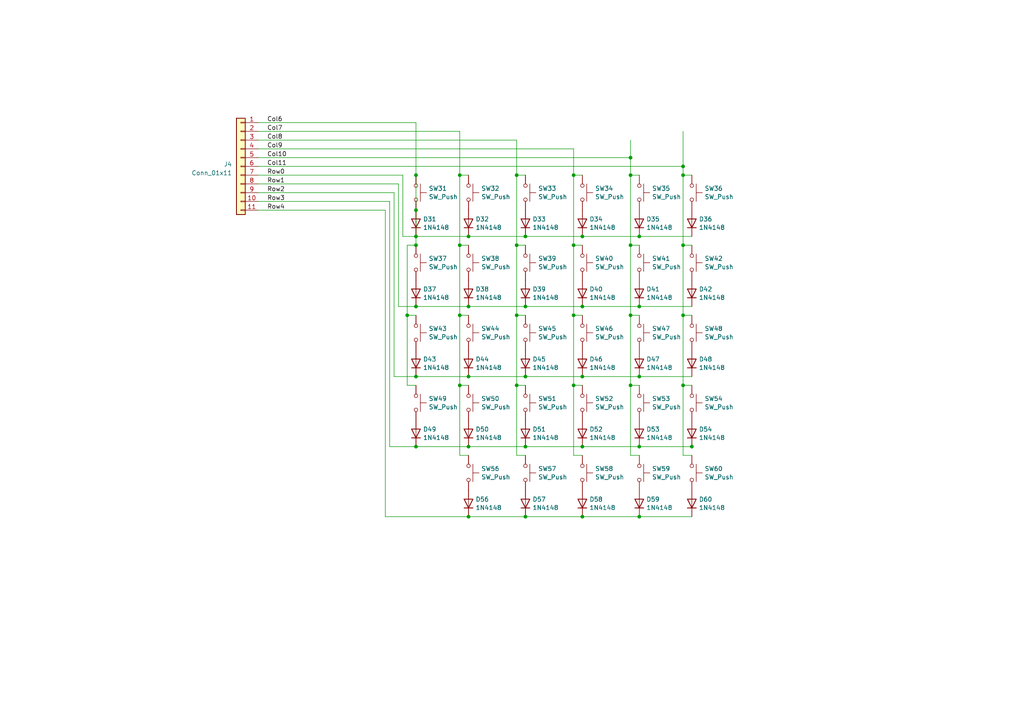
<source format=kicad_sch>
(kicad_sch (version 20230121) (generator eeschema)
  (paper "A4")
  (title_block (title "Right Key Matrix"))
  (lib_symbols
    (symbol "Connector_Generic:Conn_01x11" (pin_names (offset 1.016) hide)
      (property "Reference" "J" (at 0 15.24 0))
      (property "Value" "Conn_01x11" (at 0 -15.24 0))
      (symbol "Conn_01x11_1_1"
        (rectangle (start -1.27 -12.573) (end 0 -12.827) (stroke (width 0.1524)))
        (rectangle (start -1.27 -10.033) (end 0 -10.287) (stroke (width 0.1524)))
        (rectangle (start -1.27 -7.493) (end 0 -7.747) (stroke (width 0.1524)))
        (rectangle (start -1.27 -4.953) (end 0 -5.207) (stroke (width 0.1524)))
        (rectangle (start -1.27 -2.413) (end 0 -2.667) (stroke (width 0.1524)))
        (rectangle (start -1.27 0.127) (end 0 -0.127) (stroke (width 0.1524)))
        (rectangle (start -1.27 2.667) (end 0 2.413) (stroke (width 0.1524)))
        (rectangle (start -1.27 5.207) (end 0 4.953) (stroke (width 0.1524)))
        (rectangle (start -1.27 7.747) (end 0 7.493) (stroke (width 0.1524)))
        (rectangle (start -1.27 10.287) (end 0 10.033) (stroke (width 0.1524)))
        (rectangle (start -1.27 12.827) (end 0 12.573) (stroke (width 0.1524)))
        (rectangle (start -1.27 13.97) (end 1.27 -13.97) (stroke (width 0.254)) (fill (type background)))
        (pin passive line (at -5.08 12.7 0) (length 3.81) (name "Pin_1") (number "1"))
        (pin passive line (at -5.08 -10.16 0) (length 3.81) (name "Pin_10") (number "10"))
        (pin passive line (at -5.08 -12.7 0) (length 3.81) (name "Pin_11") (number "11"))
        (pin passive line (at -5.08 10.16 0) (length 3.81) (name "Pin_2") (number "2"))
        (pin passive line (at -5.08 7.62 0) (length 3.81) (name "Pin_3") (number "3"))
        (pin passive line (at -5.08 5.08 0) (length 3.81) (name "Pin_4") (number "4"))
        (pin passive line (at -5.08 2.54 0) (length 3.81) (name "Pin_5") (number "5"))
        (pin passive line (at -5.08 0 0) (length 3.81) (name "Pin_6") (number "6"))
        (pin passive line (at -5.08 -2.54 0) (length 3.81) (name "Pin_7") (number "7"))
        (pin passive line (at -5.08 -5.08 0) (length 3.81) (name "Pin_8") (number "8"))
        (pin passive line (at -5.08 -7.62 0) (length 3.81) (name "Pin_9") (number "9"))
      )
    )
    (symbol "Diode:1N4148" (pin_numbers hide) (pin_names hide)
      (property "Reference" "D" (at 0 2.54 0))
      (property "Value" "1N4148" (at 0 -2.54 0))
      (symbol "1N4148_0_1"
        (polyline (pts (xy -1.27 1.27) (xy -1.27 -1.27)) (stroke (width 0.254)))
        (polyline (pts (xy 1.27 0) (xy -1.27 0)))
        (polyline (pts (xy 1.27 1.27) (xy 1.27 -1.27) (xy -1.27 0) (xy 1.27 1.27)) (stroke (width 0.254)))
      )
      (symbol "1N4148_1_1"
        (pin passive line (at -3.81 0 0) (length 2.54) (name "K") (number "1"))
        (pin passive line (at 3.81 0 180) (length 2.54) (name "A") (number "2"))
      )
    )
    (symbol "Switch:SW_Push" (pin_numbers hide) (pin_names (offset 1.016) hide)
      (property "Reference" "SW" (at 1.27 2.54 0))
      (property "Value" "SW_Push" (at 0 -1.524 0))
      (symbol "SW_Push_0_1"
        (circle (center -2.032 0) (radius 0.508))
        (polyline (pts (xy 0 1.27) (xy 0 3.048)))
        (polyline (pts (xy 2.54 1.27) (xy -2.54 1.27)))
        (circle (center 2.032 0) (radius 0.508))
        (pin passive line (at -5.08 0 0) (length 2.54) (name "1") (number "1"))
        (pin passive line (at 5.08 0 180) (length 2.54) (name "2") (number "2"))
      )
    )
  )
  (junction (at 135.89 88.9))
  (junction (at 118.11 91.44))
  (junction (at 198.12 50.8))
  (junction (at 133.35 111.76))
  (junction (at 168.91 129.54))
  (junction (at 120.65 71.12))
  (junction (at 149.86 91.44))
  (junction (at 120.65 88.9))
  (junction (at 182.88 45.72))
  (junction (at 152.4 88.9))
  (junction (at 198.12 111.76))
  (junction (at 185.42 129.54))
  (junction (at 133.35 91.44))
  (junction (at 198.12 71.12))
  (junction (at 135.89 149.86))
  (junction (at 166.37 50.8))
  (junction (at 120.65 60.96))
  (junction (at 152.4 149.86))
  (junction (at 120.65 50.8))
  (junction (at 149.86 111.76))
  (junction (at 168.91 68.58))
  (junction (at 182.88 111.76))
  (junction (at 135.89 129.54))
  (junction (at 182.88 71.12))
  (junction (at 185.42 88.9))
  (junction (at 149.86 71.12))
  (junction (at 166.37 111.76))
  (junction (at 198.12 91.44))
  (junction (at 185.42 149.86))
  (junction (at 133.35 50.8))
  (junction (at 152.4 129.54))
  (junction (at 185.42 109.22))
  (junction (at 168.91 109.22))
  (junction (at 166.37 91.44))
  (junction (at 135.89 68.58))
  (junction (at 149.86 50.8))
  (junction (at 152.4 68.58))
  (junction (at 198.12 48.26))
  (junction (at 135.89 109.22))
  (junction (at 152.4 109.22))
  (junction (at 182.88 50.8))
  (junction (at 166.37 71.12))
  (junction (at 168.91 88.9))
  (junction (at 120.65 129.54))
  (junction (at 168.91 149.86))
  (junction (at 182.88 91.44))
  (junction (at 120.65 68.58))
  (junction (at 200.66 129.54))
  (junction (at 133.35 71.12))
  (junction (at 185.42 68.58))
  (junction (at 120.65 109.22))
  (wire (pts (xy 74.93 43.18) (xy 166.37 43.18)))
  (wire (pts (xy 149.86 50.8) (xy 149.86 71.12)))
  (wire (pts (xy 149.86 111.76) (xy 149.86 132.08)))
  (wire (pts (xy 149.86 91.44) (xy 149.86 111.76)))
  (wire (pts (xy 149.86 71.12) (xy 149.86 91.44)))
  (wire (pts (xy 182.88 132.08) (xy 185.42 132.08)))
  (wire (pts (xy 182.88 71.12) (xy 185.42 71.12)))
  (wire (pts (xy 120.65 68.58) (xy 135.89 68.58)))
  (wire (pts (xy 116.84 50.8) (xy 116.84 68.58)))
  (wire (pts (xy 114.3 55.88) (xy 114.3 109.22)))
  (wire (pts (xy 118.11 71.12) (xy 118.11 91.44)))
  (wire (pts (xy 166.37 43.18) (xy 166.37 50.8)))
  (wire (pts (xy 168.91 129.54) (xy 185.42 129.54)))
  (wire (pts (xy 149.86 111.76) (xy 152.4 111.76)))
  (wire (pts (xy 74.93 38.1) (xy 133.35 38.1)))
  (wire (pts (xy 198.12 111.76) (xy 198.12 132.08)))
  (wire (pts (xy 182.88 71.12) (xy 182.88 91.44)))
  (wire (pts (xy 74.93 60.96) (xy 111.76 60.96)))
  (wire (pts (xy 166.37 50.8) (xy 166.37 71.12)))
  (wire (pts (xy 133.35 71.12) (xy 135.89 71.12)))
  (wire (pts (xy 198.12 48.26) (xy 198.12 38.1)))
  (wire (pts (xy 182.88 45.72) (xy 182.88 50.8)))
  (wire (pts (xy 74.93 58.42) (xy 113.03 58.42)))
  (wire (pts (xy 74.93 55.88) (xy 114.3 55.88)))
  (wire (pts (xy 185.42 50.8) (xy 182.88 50.8)))
  (wire (pts (xy 185.42 149.86) (xy 200.66 149.86)))
  (wire (pts (xy 120.65 50.8) (xy 120.65 60.96)))
  (wire (pts (xy 135.89 109.22) (xy 152.4 109.22)))
  (wire (pts (xy 74.93 45.72) (xy 182.88 45.72)))
  (wire (pts (xy 120.65 109.22) (xy 135.89 109.22)))
  (wire (pts (xy 133.35 38.1) (xy 133.35 50.8)))
  (wire (pts (xy 200.66 50.8) (xy 198.12 50.8)))
  (wire (pts (xy 200.66 128.27) (xy 200.66 129.54)))
  (wire (pts (xy 182.88 50.8) (xy 182.88 71.12)))
  (wire (pts (xy 133.35 71.12) (xy 133.35 91.44)))
  (wire (pts (xy 168.91 88.9) (xy 185.42 88.9)))
  (wire (pts (xy 200.66 129.54) (xy 185.42 129.54)))
  (wire (pts (xy 166.37 111.76) (xy 168.91 111.76)))
  (wire (pts (xy 198.12 111.76) (xy 200.66 111.76)))
  (wire (pts (xy 152.4 149.86) (xy 168.91 149.86)))
  (wire (pts (xy 133.35 132.08) (xy 135.89 132.08)))
  (wire (pts (xy 120.65 68.58) (xy 120.65 71.12)))
  (wire (pts (xy 133.35 111.76) (xy 133.35 132.08)))
  (wire (pts (xy 198.12 91.44) (xy 200.66 91.44)))
  (wire (pts (xy 168.91 149.86) (xy 185.42 149.86)))
  (wire (pts (xy 133.35 91.44) (xy 135.89 91.44)))
  (wire (pts (xy 149.86 40.64) (xy 149.86 50.8)))
  (wire (pts (xy 149.86 71.12) (xy 152.4 71.12)))
  (wire (pts (xy 74.93 40.64) (xy 149.86 40.64)))
  (wire (pts (xy 166.37 71.12) (xy 166.37 91.44)))
  (wire (pts (xy 118.11 111.76) (xy 120.65 111.76)))
  (wire (pts (xy 74.93 53.34) (xy 115.57 53.34)))
  (wire (pts (xy 182.88 45.72) (xy 182.88 40.64)))
  (wire (pts (xy 120.65 129.54) (xy 135.89 129.54)))
  (wire (pts (xy 198.12 71.12) (xy 200.66 71.12)))
  (wire (pts (xy 74.93 35.56) (xy 120.65 35.56)))
  (wire (pts (xy 198.12 71.12) (xy 198.12 91.44)))
  (wire (pts (xy 135.89 149.86) (xy 152.4 149.86)))
  (wire (pts (xy 152.4 109.22) (xy 168.91 109.22)))
  (wire (pts (xy 120.65 35.56) (xy 120.65 50.8)))
  (wire (pts (xy 198.12 91.44) (xy 198.12 111.76)))
  (wire (pts (xy 118.11 91.44) (xy 118.11 111.76)))
  (wire (pts (xy 149.86 91.44) (xy 152.4 91.44)))
  (wire (pts (xy 182.88 111.76) (xy 182.88 132.08)))
  (wire (pts (xy 166.37 91.44) (xy 168.91 91.44)))
  (wire (pts (xy 166.37 132.08) (xy 168.91 132.08)))
  (wire (pts (xy 185.42 109.22) (xy 200.66 109.22)))
  (wire (pts (xy 120.65 88.9) (xy 135.89 88.9)))
  (wire (pts (xy 185.42 68.58) (xy 200.66 68.58)))
  (wire (pts (xy 115.57 53.34) (xy 115.57 88.9)))
  (wire (pts (xy 120.65 88.9) (xy 115.57 88.9)))
  (wire (pts (xy 74.93 48.26) (xy 198.12 48.26)))
  (wire (pts (xy 118.11 71.12) (xy 120.65 71.12)))
  (wire (pts (xy 168.91 68.58) (xy 185.42 68.58)))
  (wire (pts (xy 198.12 50.8) (xy 198.12 48.26)))
  (wire (pts (xy 120.65 129.54) (xy 113.03 129.54)))
  (wire (pts (xy 152.4 129.54) (xy 168.91 129.54)))
  (wire (pts (xy 152.4 68.58) (xy 168.91 68.58)))
  (wire (pts (xy 135.89 129.54) (xy 152.4 129.54)))
  (wire (pts (xy 133.35 91.44) (xy 133.35 111.76)))
  (wire (pts (xy 166.37 71.12) (xy 168.91 71.12)))
  (wire (pts (xy 152.4 50.8) (xy 149.86 50.8)))
  (wire (pts (xy 120.65 109.22) (xy 114.3 109.22)))
  (wire (pts (xy 118.11 91.44) (xy 120.65 91.44)))
  (wire (pts (xy 166.37 91.44) (xy 166.37 111.76)))
  (wire (pts (xy 113.03 58.42) (xy 113.03 129.54)))
  (wire (pts (xy 135.89 88.9) (xy 152.4 88.9)))
  (wire (pts (xy 182.88 91.44) (xy 185.42 91.44)))
  (wire (pts (xy 111.76 149.86) (xy 135.89 149.86)))
  (wire (pts (xy 198.12 132.08) (xy 200.66 132.08)))
  (wire (pts (xy 74.93 50.8) (xy 116.84 50.8)))
  (wire (pts (xy 168.91 109.22) (xy 185.42 109.22)))
  (wire (pts (xy 168.91 50.8) (xy 166.37 50.8)))
  (wire (pts (xy 120.65 68.58) (xy 116.84 68.58)))
  (wire (pts (xy 133.35 111.76) (xy 135.89 111.76)))
  (wire (pts (xy 133.35 50.8) (xy 133.35 71.12)))
  (wire (pts (xy 198.12 50.8) (xy 198.12 71.12)))
  (wire (pts (xy 149.86 132.08) (xy 152.4 132.08)))
  (wire (pts (xy 135.89 50.8) (xy 133.35 50.8)))
  (wire (pts (xy 135.89 68.58) (xy 152.4 68.58)))
  (wire (pts (xy 152.4 88.9) (xy 168.91 88.9)))
  (wire (pts (xy 111.76 60.96) (xy 111.76 149.86)))
  (wire (pts (xy 166.37 111.76) (xy 166.37 132.08)))
  (wire (pts (xy 185.42 88.9) (xy 200.66 88.9)))
  (wire (pts (xy 182.88 91.44) (xy 182.88 111.76)))
  (wire (pts (xy 182.88 111.76) (xy 185.42 111.76)))
  (wire (pts (xy 120.65 60.96) (xy 120.65 68.58)))
  (label "Row3" (at 77.47 58.42 0))
  (label "Row1" (at 77.47 53.34 0))
  (label "Col6" (at 77.47 35.56 0))
  (label "Row0" (at 77.47 50.8 0))
  (label "Col8" (at 77.47 40.64 0))
  (label "Col10" (at 77.47 45.72 0))
  (label "Col11" (at 77.47 48.26 0))
  (label "Col9" (at 77.47 43.18 0))
  (label "Row2" (at 77.47 55.88 0))
  (label "Col7" (at 77.47 38.1 0))
  (label "Row4" (at 77.47 60.96 0))
  (symbol (lib_id "Switch:SW_Push") (at 168.91 116.84 270) (unit 1)
    (property "Reference" "SW52" (at 172.593 115.6279 90) (effects (justify left)))
    (property "Value" "SW_Push" (at 172.593 118.0521 90) (effects (justify left)))
    (property "Footprint" "PCM_Switch_Keyboard_Cherry_MX:SW_Cherry_MX_Plate_1.00u" (effects hide))
    (instances (project "MK2" (path "" (reference "SW52") (unit 1)) (path "" (reference "SW108") (unit 1))))
  )
  (symbol (lib_id "Diode:1N4148") (at 135.89 146.05 90) (unit 1)
    (property "Reference" "D56" (at 137.922 144.8379 90) (effects (justify right)))
    (property "Value" "1N4148" (at 137.922 147.2621 90) (effects (justify right)))
    (property "Footprint" "Diode_THT:D_DO-35_SOD27_P7.62mm_Horizontal" (effects hide))
    (property "Datasheet" "https://assets.nexperia.com/documents/data-sheet/1N4148_1N4448.pdf" (effects hide))
    (property "Sim.Device" "D" (effects hide))
    (property "Sim.Pins" "1=K 2=A" (effects hide))
    (instances (project "MK2" (path "" (reference "D56") (unit 1)) (path "" (reference "D99") (unit 1))))
  )
  (symbol (lib_id "Diode:1N4148") (at 152.4 64.77 90) (unit 1)
    (property "Reference" "D33" (at 154.432 63.5579 90) (effects (justify right)))
    (property "Value" "1N4148" (at 154.432 65.9821 90) (effects (justify right)))
    (property "Footprint" "Diode_THT:D_DO-35_SOD27_P7.62mm_Horizontal" (effects hide))
    (property "Datasheet" "https://assets.nexperia.com/documents/data-sheet/1N4148_1N4448.pdf" (effects hide))
    (property "Sim.Device" "D" (effects hide))
    (property "Sim.Pins" "1=K 2=A" (effects hide))
    (instances (project "MK2" (path "" (reference "D33") (unit 1)) (path "" (reference "D100") (unit 1))))
  )
  (symbol (lib_id "Diode:1N4148") (at 135.89 105.41 90) (unit 1)
    (property "Reference" "D44" (at 137.922 104.1979 90) (effects (justify right)))
    (property "Value" "1N4148" (at 137.922 106.6221 90) (effects (justify right)))
    (property "Footprint" "Diode_THT:D_DO-35_SOD27_P7.62mm_Horizontal" (effects hide))
    (property "Datasheet" "https://assets.nexperia.com/documents/data-sheet/1N4148_1N4448.pdf" (effects hide))
    (property "Sim.Device" "D" (effects hide))
    (property "Sim.Pins" "1=K 2=A" (effects hide))
    (instances (project "MK2" (path "" (reference "D44") (unit 1)) (path "" (reference "D97") (unit 1))))
  )
  (symbol (lib_id "Diode:1N4148") (at 120.65 64.77 90) (unit 1)
    (property "Reference" "D31" (at 122.682 63.5579 90) (effects (justify right)))
    (property "Value" "1N4148" (at 122.682 65.9821 90) (effects (justify right)))
    (property "Footprint" "Diode_THT:D_DO-35_SOD27_P7.62mm_Horizontal" (effects hide))
    (property "Datasheet" "https://assets.nexperia.com/documents/data-sheet/1N4148_1N4448.pdf" (effects hide))
    (property "Sim.Device" "D" (effects hide))
    (property "Sim.Pins" "1=K 2=A" (effects hide))
    (instances (project "MK2" (path "" (reference "D31") (unit 1)) (path "" (reference "D90") (unit 1))))
  )
  (symbol (lib_id "Switch:SW_Push") (at 185.42 116.84 270) (unit 1)
    (property "Reference" "SW53" (at 189.103 115.6279 90) (effects (justify left)))
    (property "Value" "SW_Push" (at 189.103 118.0521 90) (effects (justify left)))
    (property "Footprint" "PCM_Switch_Keyboard_Cherry_MX:SW_Cherry_MX_Plate_1.00u" (effects hide))
    (instances (project "MK2" (path "" (reference "SW53") (unit 1)) (path "" (reference "SW113") (unit 1))))
  )
  (symbol (lib_id "Diode:1N4148") (at 200.66 125.73 90) (unit 1)
    (property "Reference" "D54" (at 202.692 124.5179 90) (effects (justify right)))
    (property "Value" "1N4148" (at 202.692 126.9421 90) (effects (justify right)))
    (property "Footprint" "Diode_THT:D_DO-35_SOD27_P7.62mm_Horizontal" (effects hide))
    (property "Datasheet" "https://assets.nexperia.com/documents/data-sheet/1N4148_1N4448.pdf" (effects hide))
    (property "Sim.Device" "D" (effects hide))
    (property "Sim.Pins" "1=K 2=A" (effects hide))
    (instances (project "MK2" (path "" (reference "D54") (unit 1)) (path "" (reference "D118") (unit 1))))
  )
  (symbol (lib_id "Switch:SW_Push") (at 200.66 76.2 270) (unit 1)
    (property "Reference" "SW42" (at 204.343 74.9879 90) (effects (justify left)))
    (property "Value" "SW_Push" (at 204.343 77.4121 90) (effects (justify left)))
    (property "Footprint" "PCM_Switch_Keyboard_Cherry_MX:SW_Cherry_MX_Plate_1.00u" (effects hide))
    (instances (project "MK2" (path "" (reference "SW42") (unit 1)) (path "" (reference "SW116") (unit 1))))
  )
  (symbol (lib_id "Connector_Generic:Conn_01x11") (at 69.85 48.26 0) (mirror y) (unit 1)
    (property "Reference" "J4" (at 67.31 47.625 0) (effects (justify left)))
    (property "Value" "Conn_01x11" (at 67.31 50.165 0) (effects (justify left)))
  )
  (symbol (lib_id "Switch:SW_Push") (at 185.42 55.88 270) (unit 1)
    (property "Reference" "SW35" (at 189.103 54.6679 90) (effects (justify left)))
    (property "Value" "SW_Push" (at 189.103 57.0921 90) (effects (justify left)))
    (property "Footprint" "PCM_Switch_Keyboard_Cherry_MX:SW_Cherry_MX_Plate_1.00u" (effects hide))
    (instances (project "MK2" (path "" (reference "SW35") (unit 1)) (path "" (reference "SW110") (unit 1))))
  )
  (symbol (lib_id "Switch:SW_Push") (at 135.89 55.88 270) (unit 1)
    (property "Reference" "SW32" (at 139.573 54.6679 90) (effects (justify left)))
    (property "Value" "SW_Push" (at 139.573 57.0921 90) (effects (justify left)))
    (property "Footprint" "PCM_Switch_Keyboard_Cherry_MX:SW_Cherry_MX_Plate_1.00u" (effects hide))
    (instances (project "MK2" (path "" (reference "SW32") (unit 1)) (path "" (reference "SW95") (unit 1))))
  )
  (symbol (lib_id "Diode:1N4148") (at 120.65 105.41 90) (unit 1)
    (property "Reference" "D43" (at 122.682 104.1979 90) (effects (justify right)))
    (property "Value" "1N4148" (at 122.682 106.6221 90) (effects (justify right)))
    (property "Footprint" "Diode_THT:D_DO-35_SOD27_P7.62mm_Horizontal" (effects hide))
    (property "Datasheet" "https://assets.nexperia.com/documents/data-sheet/1N4148_1N4448.pdf" (effects hide))
    (property "Sim.Device" "D" (effects hide))
    (property "Sim.Pins" "1=K 2=A" (effects hide))
    (instances (project "MK2" (path "" (reference "D43") (unit 1)) (path "" (reference "D92") (unit 1))))
  )
  (symbol (lib_id "Diode:1N4148") (at 200.66 64.77 90) (unit 1)
    (property "Reference" "D36" (at 202.692 63.5579 90) (effects (justify right)))
    (property "Value" "1N4148" (at 202.692 65.9821 90) (effects (justify right)))
    (property "Footprint" "Diode_THT:D_DO-35_SOD27_P7.62mm_Horizontal" (effects hide))
    (property "Datasheet" "https://assets.nexperia.com/documents/data-sheet/1N4148_1N4448.pdf" (effects hide))
    (property "Sim.Device" "D" (effects hide))
    (property "Sim.Pins" "1=K 2=A" (effects hide))
    (instances (project "MK2" (path "" (reference "D36") (unit 1)) (path "" (reference "D115") (unit 1))))
  )
  (symbol (lib_id "Switch:SW_Push") (at 120.65 55.88 270) (unit 1)
    (property "Reference" "SW31" (at 124.333 54.6679 90) (effects (justify left)))
    (property "Value" "SW_Push" (at 124.333 57.0921 90) (effects (justify left)))
    (property "Footprint" "PCM_Switch_Keyboard_Cherry_MX:SW_Cherry_MX_Plate_1.00u" (effects hide))
    (instances (project "MK2" (path "" (reference "SW31") (unit 1)) (path "" (reference "SW90") (unit 1))))
  )
  (symbol (lib_id "Diode:1N4148") (at 185.42 105.41 90) (unit 1)
    (property "Reference" "D47" (at 187.452 104.1979 90) (effects (justify right)))
    (property "Value" "1N4148" (at 187.452 106.6221 90) (effects (justify right)))
    (property "Footprint" "Diode_THT:D_DO-35_SOD27_P7.62mm_Horizontal" (effects hide))
    (property "Datasheet" "https://assets.nexperia.com/documents/data-sheet/1N4148_1N4448.pdf" (effects hide))
    (property "Sim.Device" "D" (effects hide))
    (property "Sim.Pins" "1=K 2=A" (effects hide))
    (instances (project "MK2" (path "" (reference "D47") (unit 1)) (path "" (reference "D112") (unit 1))))
  )
  (symbol (lib_id "Diode:1N4148") (at 200.66 85.09 90) (unit 1)
    (property "Reference" "D42" (at 202.692 83.8779 90) (effects (justify right)))
    (property "Value" "1N4148" (at 202.692 86.3021 90) (effects (justify right)))
    (property "Footprint" "Diode_THT:D_DO-35_SOD27_P7.62mm_Horizontal" (effects hide))
    (property "Datasheet" "https://assets.nexperia.com/documents/data-sheet/1N4148_1N4448.pdf" (effects hide))
    (property "Sim.Device" "D" (effects hide))
    (property "Sim.Pins" "1=K 2=A" (effects hide))
    (instances (project "MK2" (path "" (reference "D42") (unit 1)) (path "" (reference "D116") (unit 1))))
  )
  (symbol (lib_id "Switch:SW_Push") (at 200.66 55.88 270) (unit 1)
    (property "Reference" "SW36" (at 204.343 54.6679 90) (effects (justify left)))
    (property "Value" "SW_Push" (at 204.343 57.0921 90) (effects (justify left)))
    (property "Footprint" "PCM_Switch_Keyboard_Cherry_MX:SW_Cherry_MX_Plate_1.00u" (effects hide))
    (instances (project "MK2" (path "" (reference "SW36") (unit 1)) (path "" (reference "SW115") (unit 1))))
  )
  (symbol (lib_id "Diode:1N4148") (at 120.65 125.73 90) (unit 1)
    (property "Reference" "D49" (at 122.682 124.5179 90) (effects (justify right)))
    (property "Value" "1N4148" (at 122.682 126.9421 90) (effects (justify right)))
    (property "Footprint" "Diode_THT:D_DO-35_SOD27_P7.62mm_Horizontal" (effects hide))
    (property "Datasheet" "https://assets.nexperia.com/documents/data-sheet/1N4148_1N4448.pdf" (effects hide))
    (property "Sim.Device" "D" (effects hide))
    (property "Sim.Pins" "1=K 2=A" (effects hide))
    (instances (project "MK2" (path "" (reference "D49") (unit 1)) (path "" (reference "D93") (unit 1))))
  )
  (symbol (lib_id "Switch:SW_Push") (at 152.4 76.2 270) (unit 1)
    (property "Reference" "SW39" (at 156.083 74.9879 90) (effects (justify left)))
    (property "Value" "SW_Push" (at 156.083 77.4121 90) (effects (justify left)))
    (property "Footprint" "PCM_Switch_Keyboard_Cherry_MX:SW_Cherry_MX_Plate_1.00u" (effects hide))
    (instances (project "MK2" (path "" (reference "SW39") (unit 1)) (path "" (reference "SW101") (unit 1))))
  )
  (symbol (lib_id "Switch:SW_Push") (at 135.89 137.16 270) (unit 1)
    (property "Reference" "SW56" (at 139.573 135.9479 90) (effects (justify left)))
    (property "Value" "SW_Push" (at 139.573 138.3721 90) (effects (justify left)))
    (property "Footprint" "PCM_Switch_Keyboard_Cherry_MX:SW_Cherry_MX_Plate_1.00u" (effects hide))
    (instances (project "MK2" (path "" (reference "SW56") (unit 1)) (path "" (reference "SW99") (unit 1))))
  )
  (symbol (lib_id "Diode:1N4148") (at 185.42 146.05 90) (unit 1)
    (property "Reference" "D59" (at 187.452 144.8379 90) (effects (justify right)))
    (property "Value" "1N4148" (at 187.452 147.2621 90) (effects (justify right)))
    (property "Footprint" "Diode_THT:D_DO-35_SOD27_P7.62mm_Horizontal" (effects hide))
    (property "Datasheet" "https://assets.nexperia.com/documents/data-sheet/1N4148_1N4448.pdf" (effects hide))
    (property "Sim.Device" "D" (effects hide))
    (property "Sim.Pins" "1=K 2=A" (effects hide))
    (instances (project "MK2" (path "" (reference "D59") (unit 1)) (path "" (reference "D114") (unit 1))))
  )
  (symbol (lib_id "Diode:1N4148") (at 135.89 85.09 90) (unit 1)
    (property "Reference" "D38" (at 137.922 83.8779 90) (effects (justify right)))
    (property "Value" "1N4148" (at 137.922 86.3021 90) (effects (justify right)))
    (property "Footprint" "Diode_THT:D_DO-35_SOD27_P7.62mm_Horizontal" (effects hide))
    (property "Datasheet" "https://assets.nexperia.com/documents/data-sheet/1N4148_1N4448.pdf" (effects hide))
    (property "Sim.Device" "D" (effects hide))
    (property "Sim.Pins" "1=K 2=A" (effects hide))
    (instances (project "MK2" (path "" (reference "D38") (unit 1)) (path "" (reference "D96") (unit 1))))
  )
  (symbol (lib_id "Diode:1N4148") (at 200.66 105.41 90) (unit 1)
    (property "Reference" "D48" (at 202.692 104.1979 90) (effects (justify right)))
    (property "Value" "1N4148" (at 202.692 106.6221 90) (effects (justify right)))
    (property "Footprint" "Diode_THT:D_DO-35_SOD27_P7.62mm_Horizontal" (effects hide))
    (property "Datasheet" "https://assets.nexperia.com/documents/data-sheet/1N4148_1N4448.pdf" (effects hide))
    (property "Sim.Device" "D" (effects hide))
    (property "Sim.Pins" "1=K 2=A" (effects hide))
    (instances (project "MK2" (path "" (reference "D48") (unit 1)) (path "" (reference "D117") (unit 1))))
  )
  (symbol (lib_id "Switch:SW_Push") (at 200.66 96.52 270) (unit 1)
    (property "Reference" "SW48" (at 204.343 95.3079 90) (effects (justify left)))
    (property "Value" "SW_Push" (at 204.343 97.7321 90) (effects (justify left)))
    (property "Footprint" "PCM_Switch_Keyboard_Cherry_MX:SW_Cherry_MX_Plate_1.00u" (effects hide))
    (instances (project "MK2" (path "" (reference "SW48") (unit 1)) (path "" (reference "SW117") (unit 1))))
  )
  (symbol (lib_id "Switch:SW_Push") (at 135.89 116.84 270) (unit 1)
    (property "Reference" "SW50" (at 139.573 115.6279 90) (effects (justify left)))
    (property "Value" "SW_Push" (at 139.573 118.0521 90) (effects (justify left)))
    (property "Footprint" "PCM_Switch_Keyboard_Cherry_MX:SW_Cherry_MX_Plate_1.00u" (effects hide))
    (instances (project "MK2" (path "" (reference "SW50") (unit 1)) (path "" (reference "SW98") (unit 1))))
  )
  (symbol (lib_id "Switch:SW_Push") (at 152.4 96.52 270) (unit 1)
    (property "Reference" "SW45" (at 156.083 95.3079 90) (effects (justify left)))
    (property "Value" "SW_Push" (at 156.083 97.7321 90) (effects (justify left)))
    (property "Footprint" "PCM_Switch_Keyboard_Cherry_MX:SW_Cherry_MX_Plate_1.00u" (effects hide))
    (instances (project "MK2" (path "" (reference "SW45") (unit 1)) (path "" (reference "SW102") (unit 1))))
  )
  (symbol (lib_id "Diode:1N4148") (at 135.89 64.77 90) (unit 1)
    (property "Reference" "D32" (at 137.922 63.5579 90) (effects (justify right)))
    (property "Value" "1N4148" (at 137.922 65.9821 90) (effects (justify right)))
    (property "Footprint" "Diode_THT:D_DO-35_SOD27_P7.62mm_Horizontal" (effects hide))
    (property "Datasheet" "https://assets.nexperia.com/documents/data-sheet/1N4148_1N4448.pdf" (effects hide))
    (property "Sim.Device" "D" (effects hide))
    (property "Sim.Pins" "1=K 2=A" (effects hide))
    (instances (project "MK2" (path "" (reference "D32") (unit 1)) (path "" (reference "D95") (unit 1))))
  )
  (symbol (lib_id "Switch:SW_Push") (at 185.42 137.16 270) (unit 1)
    (property "Reference" "SW59" (at 189.103 135.9479 90) (effects (justify left)))
    (property "Value" "SW_Push" (at 189.103 138.3721 90) (effects (justify left)))
    (property "Footprint" "PCM_Switch_Keyboard_Cherry_MX:SW_Cherry_MX_Plate_1.00u" (effects hide))
    (instances (project "MK2" (path "" (reference "SW59") (unit 1)) (path "" (reference "SW114") (unit 1))))
  )
  (symbol (lib_id "Switch:SW_Push") (at 200.66 116.84 270) (unit 1)
    (property "Reference" "SW54" (at 204.343 115.6279 90) (effects (justify left)))
    (property "Value" "SW_Push" (at 204.343 118.0521 90) (effects (justify left)))
    (property "Footprint" "PCM_Switch_Keyboard_Cherry_MX:SW_Cherry_MX_Plate_1.00u" (effects hide))
    (instances (project "MK2" (path "" (reference "SW54") (unit 1)) (path "" (reference "SW118") (unit 1))))
  )
  (symbol (lib_id "Diode:1N4148") (at 135.89 125.73 90) (unit 1)
    (property "Reference" "D50" (at 137.922 124.5179 90) (effects (justify right)))
    (property "Value" "1N4148" (at 137.922 126.9421 90) (effects (justify right)))
    (property "Footprint" "Diode_THT:D_DO-35_SOD27_P7.62mm_Horizontal" (effects hide))
    (property "Datasheet" "https://assets.nexperia.com/documents/data-sheet/1N4148_1N4448.pdf" (effects hide))
    (property "Sim.Device" "D" (effects hide))
    (property "Sim.Pins" "1=K 2=A" (effects hide))
    (instances (project "MK2" (path "" (reference "D50") (unit 1)) (path "" (reference "D98") (unit 1))))
  )
  (symbol (lib_id "Diode:1N4148") (at 152.4 85.09 90) (unit 1)
    (property "Reference" "D39" (at 154.432 83.8779 90) (effects (justify right)))
    (property "Value" "1N4148" (at 154.432 86.3021 90) (effects (justify right)))
    (property "Footprint" "Diode_THT:D_DO-35_SOD27_P7.62mm_Horizontal" (effects hide))
    (property "Datasheet" "https://assets.nexperia.com/documents/data-sheet/1N4148_1N4448.pdf" (effects hide))
    (property "Sim.Device" "D" (effects hide))
    (property "Sim.Pins" "1=K 2=A" (effects hide))
    (instances (project "MK2" (path "" (reference "D39") (unit 1)) (path "" (reference "D101") (unit 1))))
  )
  (symbol (lib_id "Diode:1N4148") (at 168.91 146.05 90) (unit 1)
    (property "Reference" "D58" (at 170.942 144.8379 90) (effects (justify right)))
    (property "Value" "1N4148" (at 170.942 147.2621 90) (effects (justify right)))
    (property "Footprint" "Diode_THT:D_DO-35_SOD27_P7.62mm_Horizontal" (effects hide))
    (property "Datasheet" "https://assets.nexperia.com/documents/data-sheet/1N4148_1N4448.pdf" (effects hide))
    (property "Sim.Device" "D" (effects hide))
    (property "Sim.Pins" "1=K 2=A" (effects hide))
    (instances (project "MK2" (path "" (reference "D58") (unit 1)) (path "" (reference "D109") (unit 1))))
  )
  (symbol (lib_id "Switch:SW_Push") (at 168.91 76.2 270) (unit 1)
    (property "Reference" "SW40" (at 172.593 74.9879 90) (effects (justify left)))
    (property "Value" "SW_Push" (at 172.593 77.4121 90) (effects (justify left)))
    (property "Footprint" "PCM_Switch_Keyboard_Cherry_MX:SW_Cherry_MX_Plate_1.00u" (effects hide))
    (instances (project "MK2" (path "" (reference "SW40") (unit 1)) (path "" (reference "SW106") (unit 1))))
  )
  (symbol (lib_id "Diode:1N4148") (at 152.4 146.05 90) (unit 1)
    (property "Reference" "D57" (at 154.432 144.8379 90) (effects (justify right)))
    (property "Value" "1N4148" (at 154.432 147.2621 90) (effects (justify right)))
    (property "Footprint" "Diode_THT:D_DO-35_SOD27_P7.62mm_Horizontal" (effects hide))
    (property "Datasheet" "https://assets.nexperia.com/documents/data-sheet/1N4148_1N4448.pdf" (effects hide))
    (property "Sim.Device" "D" (effects hide))
    (property "Sim.Pins" "1=K 2=A" (effects hide))
    (instances (project "MK2" (path "" (reference "D57") (unit 1)) (path "" (reference "D104") (unit 1))))
  )
  (symbol (lib_id "Diode:1N4148") (at 200.66 146.05 90) (unit 1)
    (property "Reference" "D60" (at 202.692 144.8379 90) (effects (justify right)))
    (property "Value" "1N4148" (at 202.692 147.2621 90) (effects (justify right)))
    (property "Footprint" "Diode_THT:D_DO-35_SOD27_P7.62mm_Horizontal" (effects hide))
    (property "Datasheet" "https://assets.nexperia.com/documents/data-sheet/1N4148_1N4448.pdf" (effects hide))
    (property "Sim.Device" "D" (effects hide))
    (property "Sim.Pins" "1=K 2=A" (effects hide))
    (instances (project "MK2" (path "" (reference "D60") (unit 1)) (path "" (reference "D119") (unit 1))))
  )
  (symbol (lib_id "Switch:SW_Push") (at 152.4 137.16 270) (unit 1)
    (property "Reference" "SW57" (at 156.083 135.9479 90) (effects (justify left)))
    (property "Value" "SW_Push" (at 156.083 138.3721 90) (effects (justify left)))
    (property "Footprint" "PCM_Switch_Keyboard_Cherry_MX:SW_Cherry_MX_Plate_1.00u" (effects hide))
    (instances (project "MK2" (path "" (reference "SW57") (unit 1)) (path "" (reference "SW104") (unit 1))))
  )
  (symbol (lib_id "Diode:1N4148") (at 185.42 125.73 90) (unit 1)
    (property "Reference" "D53" (at 187.452 124.5179 90) (effects (justify right)))
    (property "Value" "1N4148" (at 187.452 126.9421 90) (effects (justify right)))
    (property "Footprint" "Diode_THT:D_DO-35_SOD27_P7.62mm_Horizontal" (effects hide))
    (property "Datasheet" "https://assets.nexperia.com/documents/data-sheet/1N4148_1N4448.pdf" (effects hide))
    (property "Sim.Device" "D" (effects hide))
    (property "Sim.Pins" "1=K 2=A" (effects hide))
    (instances (project "MK2" (path "" (reference "D53") (unit 1)) (path "" (reference "D113") (unit 1))))
  )
  (symbol (lib_id "Diode:1N4148") (at 168.91 64.77 90) (unit 1)
    (property "Reference" "D34" (at 170.942 63.5579 90) (effects (justify right)))
    (property "Value" "1N4148" (at 170.942 65.9821 90) (effects (justify right)))
    (property "Footprint" "Diode_THT:D_DO-35_SOD27_P7.62mm_Horizontal" (effects hide))
    (property "Datasheet" "https://assets.nexperia.com/documents/data-sheet/1N4148_1N4448.pdf" (effects hide))
    (property "Sim.Device" "D" (effects hide))
    (property "Sim.Pins" "1=K 2=A" (effects hide))
    (instances (project "MK2" (path "" (reference "D34") (unit 1)) (path "" (reference "D105") (unit 1))))
  )
  (symbol (lib_id "Switch:SW_Push") (at 152.4 116.84 270) (unit 1)
    (property "Reference" "SW51" (at 156.083 115.6279 90) (effects (justify left)))
    (property "Value" "SW_Push" (at 156.083 118.0521 90) (effects (justify left)))
    (property "Footprint" "PCM_Switch_Keyboard_Cherry_MX:SW_Cherry_MX_Plate_1.00u" (effects hide))
    (instances (project "MK2" (path "" (reference "SW51") (unit 1)) (path "" (reference "SW103") (unit 1))))
  )
  (symbol (lib_id "Switch:SW_Push") (at 168.91 55.88 270) (unit 1)
    (property "Reference" "SW34" (at 172.593 54.6679 90) (effects (justify left)))
    (property "Value" "SW_Push" (at 172.593 57.0921 90) (effects (justify left)))
    (property "Footprint" "PCM_Switch_Keyboard_Cherry_MX:SW_Cherry_MX_Plate_1.00u" (effects hide))
    (instances (project "MK2" (path "" (reference "SW34") (unit 1)) (path "" (reference "SW105") (unit 1))))
  )
  (symbol (lib_id "Switch:SW_Push") (at 185.42 96.52 270) (unit 1)
    (property "Reference" "SW47" (at 189.103 95.3079 90) (effects (justify left)))
    (property "Value" "SW_Push" (at 189.103 97.7321 90) (effects (justify left)))
    (property "Footprint" "PCM_Switch_Keyboard_Cherry_MX:SW_Cherry_MX_Plate_1.00u" (effects hide))
    (instances (project "MK2" (path "" (reference "SW47") (unit 1)) (path "" (reference "SW112") (unit 1))))
  )
  (symbol (lib_id "Diode:1N4148") (at 168.91 125.73 90) (unit 1)
    (property "Reference" "D52" (at 170.942 124.5179 90) (effects (justify right)))
    (property "Value" "1N4148" (at 170.942 126.9421 90) (effects (justify right)))
    (property "Footprint" "Diode_THT:D_DO-35_SOD27_P7.62mm_Horizontal" (effects hide))
    (property "Datasheet" "https://assets.nexperia.com/documents/data-sheet/1N4148_1N4448.pdf" (effects hide))
    (property "Sim.Device" "D" (effects hide))
    (property "Sim.Pins" "1=K 2=A" (effects hide))
    (instances (project "MK2" (path "" (reference "D52") (unit 1)) (path "" (reference "D108") (unit 1))))
  )
  (symbol (lib_id "Diode:1N4148") (at 152.4 125.73 90) (unit 1)
    (property "Reference" "D51" (at 154.432 124.5179 90) (effects (justify right)))
    (property "Value" "1N4148" (at 154.432 126.9421 90) (effects (justify right)))
    (property "Footprint" "Diode_THT:D_DO-35_SOD27_P7.62mm_Horizontal" (effects hide))
    (property "Datasheet" "https://assets.nexperia.com/documents/data-sheet/1N4148_1N4448.pdf" (effects hide))
    (property "Sim.Device" "D" (effects hide))
    (property "Sim.Pins" "1=K 2=A" (effects hide))
    (instances (project "MK2" (path "" (reference "D51") (unit 1)) (path "" (reference "D103") (unit 1))))
  )
  (symbol (lib_id "Diode:1N4148") (at 185.42 64.77 90) (unit 1)
    (property "Reference" "D35" (at 187.452 63.5579 90) (effects (justify right)))
    (property "Value" "1N4148" (at 187.452 65.9821 90) (effects (justify right)))
    (property "Footprint" "Diode_THT:D_DO-35_SOD27_P7.62mm_Horizontal" (effects hide))
    (property "Datasheet" "https://assets.nexperia.com/documents/data-sheet/1N4148_1N4448.pdf" (effects hide))
    (property "Sim.Device" "D" (effects hide))
    (property "Sim.Pins" "1=K 2=A" (effects hide))
    (instances (project "MK2" (path "" (reference "D35") (unit 1)) (path "" (reference "D110") (unit 1))))
  )
  (symbol (lib_id "Switch:SW_Push") (at 135.89 76.2 270) (unit 1)
    (property "Reference" "SW38" (at 139.573 74.9879 90) (effects (justify left)))
    (property "Value" "SW_Push" (at 139.573 77.4121 90) (effects (justify left)))
    (property "Footprint" "PCM_Switch_Keyboard_Cherry_MX:SW_Cherry_MX_Plate_1.00u" (effects hide))
    (instances (project "MK2" (path "" (reference "SW38") (unit 1)) (path "" (reference "SW96") (unit 1))))
  )
  (symbol (lib_id "Switch:SW_Push") (at 120.65 96.52 270) (unit 1)
    (property "Reference" "SW43" (at 124.333 95.3079 90) (effects (justify left)))
    (property "Value" "SW_Push" (at 124.333 97.7321 90) (effects (justify left)))
    (property "Footprint" "PCM_Switch_Keyboard_Cherry_MX:SW_Cherry_MX_Plate_1.00u" (effects hide))
    (instances (project "MK2" (path "" (reference "SW43") (unit 1)) (path "" (reference "SW92") (unit 1))))
  )
  (symbol (lib_id "Diode:1N4148") (at 168.91 105.41 90) (unit 1)
    (property "Reference" "D46" (at 170.942 104.1979 90) (effects (justify right)))
    (property "Value" "1N4148" (at 170.942 106.6221 90) (effects (justify right)))
    (property "Footprint" "Diode_THT:D_DO-35_SOD27_P7.62mm_Horizontal" (effects hide))
    (property "Datasheet" "https://assets.nexperia.com/documents/data-sheet/1N4148_1N4448.pdf" (effects hide))
    (property "Sim.Device" "D" (effects hide))
    (property "Sim.Pins" "1=K 2=A" (effects hide))
    (instances (project "MK2" (path "" (reference "D46") (unit 1)) (path "" (reference "D107") (unit 1))))
  )
  (symbol (lib_id "Diode:1N4148") (at 120.65 85.09 90) (unit 1)
    (property "Reference" "D37" (at 122.682 83.8779 90) (effects (justify right)))
    (property "Value" "1N4148" (at 122.682 86.3021 90) (effects (justify right)))
    (property "Footprint" "Diode_THT:D_DO-35_SOD27_P7.62mm_Horizontal" (effects hide))
    (property "Datasheet" "https://assets.nexperia.com/documents/data-sheet/1N4148_1N4448.pdf" (effects hide))
    (property "Sim.Device" "D" (effects hide))
    (property "Sim.Pins" "1=K 2=A" (effects hide))
    (instances (project "MK2" (path "" (reference "D37") (unit 1)) (path "" (reference "D91") (unit 1))))
  )
  (symbol (lib_id "Switch:SW_Push") (at 152.4 55.88 270) (unit 1)
    (property "Reference" "SW33" (at 156.083 54.6679 90) (effects (justify left)))
    (property "Value" "SW_Push" (at 156.083 57.0921 90) (effects (justify left)))
    (property "Footprint" "PCM_Switch_Keyboard_Cherry_MX:SW_Cherry_MX_Plate_1.00u" (effects hide))
    (instances (project "MK2" (path "" (reference "SW33") (unit 1)) (path "" (reference "SW100") (unit 1))))
  )
  (symbol (lib_id "Switch:SW_Push") (at 200.66 137.16 270) (unit 1)
    (property "Reference" "SW60" (at 204.343 135.9479 90) (effects (justify left)))
    (property "Value" "SW_Push" (at 204.343 138.3721 90) (effects (justify left)))
    (property "Footprint" "PCM_Switch_Keyboard_Cherry_MX:SW_Cherry_MX_Plate_1.00u" (effects hide))
    (instances (project "MK2" (path "" (reference "SW60") (unit 1)) (path "" (reference "SW119") (unit 1))))
  )
  (symbol (lib_id "Diode:1N4148") (at 185.42 85.09 90) (unit 1)
    (property "Reference" "D41" (at 187.452 83.8779 90) (effects (justify right)))
    (property "Value" "1N4148" (at 187.452 86.3021 90) (effects (justify right)))
    (property "Footprint" "Diode_THT:D_DO-35_SOD27_P7.62mm_Horizontal" (effects hide))
    (property "Datasheet" "https://assets.nexperia.com/documents/data-sheet/1N4148_1N4448.pdf" (effects hide))
    (property "Sim.Device" "D" (effects hide))
    (property "Sim.Pins" "1=K 2=A" (effects hide))
    (instances (project "MK2" (path "" (reference "D41") (unit 1)) (path "" (reference "D111") (unit 1))))
  )
  (symbol (lib_id "Switch:SW_Push") (at 120.65 76.2 270) (unit 1)
    (property "Reference" "SW37" (at 124.333 74.9879 90) (effects (justify left)))
    (property "Value" "SW_Push" (at 124.333 77.4121 90) (effects (justify left)))
    (property "Footprint" "PCM_Switch_Keyboard_Cherry_MX:SW_Cherry_MX_Plate_1.00u" (effects hide))
    (instances (project "MK2" (path "" (reference "SW37") (unit 1)) (path "" (reference "SW91") (unit 1))))
  )
  (symbol (lib_id "Diode:1N4148") (at 168.91 85.09 90) (unit 1)
    (property "Reference" "D40" (at 170.942 83.8779 90) (effects (justify right)))
    (property "Value" "1N4148" (at 170.942 86.3021 90) (effects (justify right)))
    (property "Footprint" "Diode_THT:D_DO-35_SOD27_P7.62mm_Horizontal" (effects hide))
    (property "Datasheet" "https://assets.nexperia.com/documents/data-sheet/1N4148_1N4448.pdf" (effects hide))
    (property "Sim.Device" "D" (effects hide))
    (property "Sim.Pins" "1=K 2=A" (effects hide))
    (instances (project "MK2" (path "" (reference "D40") (unit 1)) (path "" (reference "D106") (unit 1))))
  )
  (symbol (lib_id "Switch:SW_Push") (at 120.65 116.84 270) (unit 1)
    (property "Reference" "SW49" (at 124.333 115.6279 90) (effects (justify left)))
    (property "Value" "SW_Push" (at 124.333 118.0521 90) (effects (justify left)))
    (property "Footprint" "PCM_Switch_Keyboard_Cherry_MX:SW_Cherry_MX_Plate_1.00u" (effects hide))
    (instances (project "MK2" (path "" (reference "SW49") (unit 1)) (path "" (reference "SW93") (unit 1))))
  )
  (symbol (lib_id "Switch:SW_Push") (at 135.89 96.52 270) (unit 1)
    (property "Reference" "SW44" (at 139.573 95.3079 90) (effects (justify left)))
    (property "Value" "SW_Push" (at 139.573 97.7321 90) (effects (justify left)))
    (property "Footprint" "PCM_Switch_Keyboard_Cherry_MX:SW_Cherry_MX_Plate_1.00u" (effects hide))
    (instances (project "MK2" (path "" (reference "SW44") (unit 1)) (path "" (reference "SW97") (unit 1))))
  )
  (symbol (lib_id "Diode:1N4148") (at 152.4 105.41 90) (unit 1)
    (property "Reference" "D45" (at 154.432 104.1979 90) (effects (justify right)))
    (property "Value" "1N4148" (at 154.432 106.6221 90) (effects (justify right)))
    (property "Footprint" "Diode_THT:D_DO-35_SOD27_P7.62mm_Horizontal" (effects hide))
    (property "Datasheet" "https://assets.nexperia.com/documents/data-sheet/1N4148_1N4448.pdf" (effects hide))
    (property "Sim.Device" "D" (effects hide))
    (property "Sim.Pins" "1=K 2=A" (effects hide))
    (instances (project "MK2" (path "" (reference "D45") (unit 1)) (path "" (reference "D102") (unit 1))))
  )
  (symbol (lib_id "Switch:SW_Push") (at 185.42 76.2 270) (unit 1)
    (property "Reference" "SW41" (at 189.103 74.9879 90) (effects (justify left)))
    (property "Value" "SW_Push" (at 189.103 77.4121 90) (effects (justify left)))
    (property "Footprint" "PCM_Switch_Keyboard_Cherry_MX:SW_Cherry_MX_Plate_1.00u" (effects hide))
    (instances (project "MK2" (path "" (reference "SW41") (unit 1)) (path "" (reference "SW111") (unit 1))))
  )
  (symbol (lib_id "Switch:SW_Push") (at 168.91 137.16 270) (unit 1)
    (property "Reference" "SW58" (at 172.593 135.9479 90) (effects (justify left)))
    (property "Value" "SW_Push" (at 172.593 138.3721 90) (effects (justify left)))
    (property "Footprint" "PCM_Switch_Keyboard_Cherry_MX:SW_Cherry_MX_Plate_1.00u" (effects hide))
    (instances (project "MK2" (path "" (reference "SW58") (unit 1)) (path "" (reference "SW109") (unit 1))))
  )
  (symbol (lib_id "Switch:SW_Push") (at 168.91 96.52 270) (unit 1)
    (property "Reference" "SW46" (at 172.593 95.3079 90) (effects (justify left)))
    (property "Value" "SW_Push" (at 172.593 97.7321 90) (effects (justify left)))
    (property "Footprint" "PCM_Switch_Keyboard_Cherry_MX:SW_Cherry_MX_Plate_1.00u" (effects hide))
    (instances (project "MK2" (path "" (reference "SW46") (unit 1)) (path "" (reference "SW107") (unit 1))))
  )
)
</source>
